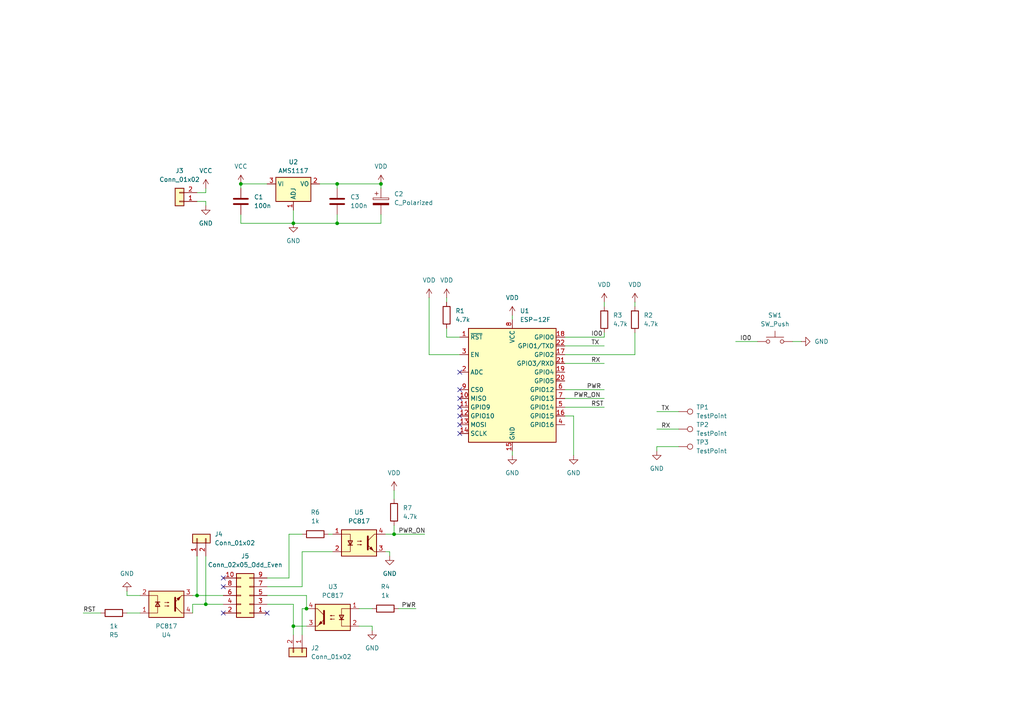
<source format=kicad_sch>
(kicad_sch (version 20250114) (generator "eeschema") (generator_version "9.0")
  (paper "A4")
  (lib_symbols
    (symbol "Connector:TestPoint" (pin_numbers (hide yes)) (pin_names (offset 0.762) (hide yes))
      (property "Reference" "TP" (at 0 6.858 0))
      (property "Value" "TestPoint" (at 0 5.08 0))
      (symbol "TestPoint_0_1"
        (circle (center 0 3.302) (radius 0.762))
      )
      (symbol "TestPoint_1_1"
        (pin passive line (at 0 0 90) (length 2.54) (name "1") (number "1"))
      )
    )
    (symbol "Connector_Generic:Conn_01x02" (pin_names (offset 1.016) (hide yes))
      (property "Reference" "J" (at 0 2.54 0))
      (property "Value" "Conn_01x02" (at 0 -5.08 0))
      (symbol "Conn_01x02_1_1"
        (rectangle (start -1.27 1.27) (end 1.27 -3.81) (stroke (width 0.254)) (fill (type background)))
        (rectangle (start -1.27 0.127) (end 0 -0.127) (stroke (width 0.1524)))
        (rectangle (start -1.27 -2.413) (end 0 -2.667) (stroke (width 0.1524)))
        (pin passive line (at -5.08 0 0) (length 3.81) (name "Pin_1") (number "1"))
        (pin passive line (at -5.08 -2.54 0) (length 3.81) (name "Pin_2") (number "2"))
      )
    )
    (symbol "Connector_Generic:Conn_02x05_Odd_Even" (pin_names (offset 1.016) (hide yes))
      (property "Reference" "J" (at 1.27 7.62 0))
      (property "Value" "Conn_02x05_Odd_Even" (at 1.27 -7.62 0))
      (symbol "Conn_02x05_Odd_Even_1_1"
        (rectangle (start -1.27 6.35) (end 3.81 -6.35) (stroke (width 0.254)) (fill (type background)))
        (rectangle (start -1.27 5.207) (end 0 4.953) (stroke (width 0.1524)))
        (rectangle (start -1.27 2.667) (end 0 2.413) (stroke (width 0.1524)))
        (rectangle (start -1.27 0.127) (end 0 -0.127) (stroke (width 0.1524)))
        (rectangle (start -1.27 -2.413) (end 0 -2.667) (stroke (width 0.1524)))
        (rectangle (start -1.27 -4.953) (end 0 -5.207) (stroke (width 0.1524)))
        (rectangle (start 3.81 5.207) (end 2.54 4.953) (stroke (width 0.1524)))
        (rectangle (start 3.81 2.667) (end 2.54 2.413) (stroke (width 0.1524)))
        (rectangle (start 3.81 0.127) (end 2.54 -0.127) (stroke (width 0.1524)))
        (rectangle (start 3.81 -2.413) (end 2.54 -2.667) (stroke (width 0.1524)))
        (rectangle (start 3.81 -4.953) (end 2.54 -5.207) (stroke (width 0.1524)))
        (pin passive line (at -5.08 5.08 0) (length 3.81) (name "Pin_1") (number "1"))
        (pin passive line (at -5.08 2.54 0) (length 3.81) (name "Pin_3") (number "3"))
        (pin passive line (at -5.08 0 0) (length 3.81) (name "Pin_5") (number "5"))
        (pin passive line (at -5.08 -2.54 0) (length 3.81) (name "Pin_7") (number "7"))
        (pin passive line (at -5.08 -5.08 0) (length 3.81) (name "Pin_9") (number "9"))
        (pin passive line (at 7.62 5.08 180) (length 3.81) (name "Pin_2") (number "2"))
        (pin passive line (at 7.62 2.54 180) (length 3.81) (name "Pin_4") (number "4"))
        (pin passive line (at 7.62 0 180) (length 3.81) (name "Pin_6") (number "6"))
        (pin passive line (at 7.62 -2.54 180) (length 3.81) (name "Pin_8") (number "8"))
        (pin passive line (at 7.62 -5.08 180) (length 3.81) (name "Pin_10") (number "10"))
      )
    )
    (symbol "Device:C" (pin_numbers (hide yes)) (pin_names (offset 0.254))
      (property "Reference" "C" (at 0.635 2.54 0))
      (property "Value" "C" (at 0.635 -2.54 0))
      (symbol "C_0_1"
        (polyline (pts (xy -2.032 0.762) (xy 2.032 0.762)) (stroke (width 0.508)))
        (polyline (pts (xy -2.032 -0.762) (xy 2.032 -0.762)) (stroke (width 0.508)))
      )
      (symbol "C_1_1"
        (pin passive line (at 0 3.81 270) (length 2.794) (name "~") (number "1"))
        (pin passive line (at 0 -3.81 90) (length 2.794) (name "~") (number "2"))
      )
    )
    (symbol "Device:C_Polarized" (pin_numbers (hide yes)) (pin_names (offset 0.254))
      (property "Reference" "C" (at 0.635 2.54 0))
      (property "Value" "C_Polarized" (at 0.635 -2.54 0))
      (symbol "C_Polarized_0_1"
        (rectangle (start -2.286 0.508) (end 2.286 1.016))
        (polyline (pts (xy -1.778 2.286) (xy -0.762 2.286)))
        (polyline (pts (xy -1.27 2.794) (xy -1.27 1.778)))
        (rectangle (start 2.286 -0.508) (end -2.286 -1.016) (fill (type outline)))
      )
      (symbol "C_Polarized_1_1"
        (pin passive line (at 0 3.81 270) (length 2.794) (name "~") (number "1"))
        (pin passive line (at 0 -3.81 90) (length 2.794) (name "~") (number "2"))
      )
    )
    (symbol "Device:R" (pin_numbers (hide yes)) (pin_names (offset 0))
      (property "Reference" "R" (at 2.032 0 90))
      (property "Value" "R" (at 0 0 90))
      (symbol "R_0_1"
        (rectangle (start -1.016 -2.54) (end 1.016 2.54) (stroke (width 0.254)))
      )
      (symbol "R_1_1"
        (pin passive line (at 0 3.81 270) (length 1.27) (name "~") (number "1"))
        (pin passive line (at 0 -3.81 90) (length 1.27) (name "~") (number "2"))
      )
    )
    (symbol "Isolator:PC817" (pin_names (offset 1.016))
      (property "Reference" "U" (at -5.08 5.08 0))
      (property "Value" "PC817" (at 0 5.08 0))
      (symbol "PC817_0_1"
        (rectangle (start -5.08 3.81) (end 5.08 -3.81) (stroke (width 0.254)) (fill (type background)))
        (polyline (pts (xy -5.08 2.54) (xy -2.54 2.54) (xy -2.54 -0.635)))
        (polyline (pts (xy -3.175 -0.635) (xy -1.905 -0.635)) (stroke (width 0.254)))
        (polyline (pts (xy -2.54 -0.635) (xy -2.54 -2.54) (xy -5.08 -2.54)))
        (polyline (pts (xy -2.54 -0.635) (xy -3.175 0.635) (xy -1.905 0.635) (xy -2.54 -0.635)) (stroke (width 0.254)))
        (polyline (pts (xy -0.508 0.508) (xy 0.762 0.508) (xy 0.381 0.381) (xy 0.381 0.635) (xy 0.762 0.508)))
        (polyline (pts (xy -0.508 -0.508) (xy 0.762 -0.508) (xy 0.381 -0.635) (xy 0.381 -0.381) (xy 0.762 -0.508)))
        (polyline (pts (xy 2.54 1.905) (xy 2.54 -1.905) (xy 2.54 -1.905)) (stroke (width 0.508)))
        (polyline (pts (xy 2.54 0.635) (xy 4.445 2.54)))
        (polyline (pts (xy 3.048 -1.651) (xy 3.556 -1.143) (xy 4.064 -2.159) (xy 3.048 -1.651) (xy 3.048 -1.651)) (fill (type outline)))
        (polyline (pts (xy 4.445 2.54) (xy 5.08 2.54)))
        (polyline (pts (xy 4.445 -2.54) (xy 2.54 -0.635)) (fill (type outline)))
        (polyline (pts (xy 4.445 -2.54) (xy 5.08 -2.54)))
      )
      (symbol "PC817_1_1"
        (pin passive line (at -7.62 2.54 0) (length 2.54) (name "~") (number "1"))
        (pin passive line (at -7.62 -2.54 0) (length 2.54) (name "~") (number "2"))
        (pin passive line (at 7.62 2.54 180) (length 2.54) (name "~") (number "4"))
        (pin passive line (at 7.62 -2.54 180) (length 2.54) (name "~") (number "3"))
      )
    )
    (symbol "RF_Module:ESP-12F"
      (property "Reference" "U" (at -12.7 19.05 0))
      (property "Value" "ESP-12F" (at 12.7 19.05 0))
      (symbol "ESP-12F_0_1"
        (rectangle (start -12.7 17.78) (end 12.7 -15.24) (stroke (width 0.254)) (fill (type background)))
      )
      (symbol "ESP-12F_1_1"
        (pin input line (at -15.24 15.24 0) (length 2.54) (name "~{RST}") (number "1"))
        (pin input line (at -15.24 10.16 0) (length 2.54) (name "EN") (number "3"))
        (pin input line (at -15.24 5.08 0) (length 2.54) (name "ADC") (number "2"))
        (pin input line (at -15.24 0 0) (length 2.54) (name "CS0") (number "9"))
        (pin bidirectional line (at -15.24 -2.54 0) (length 2.54) (name "MISO") (number "10"))
        (pin bidirectional line (at -15.24 -5.08 0) (length 2.54) (name "GPIO9") (number "11"))
        (pin bidirectional line (at -15.24 -7.62 0) (length 2.54) (name "GPIO10") (number "12"))
        (pin bidirectional line (at -15.24 -10.16 0) (length 2.54) (name "MOSI") (number "13"))
        (pin bidirectional line (at -15.24 -12.7 0) (length 2.54) (name "SCLK") (number "14"))
        (pin power_in line (at 0 20.32 270) (length 2.54) (name "VCC") (number "8"))
        (pin power_in line (at 0 -17.78 90) (length 2.54) (name "GND") (number "15"))
        (pin bidirectional line (at 15.24 15.24 180) (length 2.54) (name "GPIO0") (number "18"))
        (pin bidirectional line (at 15.24 12.7 180) (length 2.54) (name "GPIO1/TXD") (number "22"))
        (pin bidirectional line (at 15.24 10.16 180) (length 2.54) (name "GPIO2") (number "17"))
        (pin bidirectional line (at 15.24 7.62 180) (length 2.54) (name "GPIO3/RXD") (number "21"))
        (pin bidirectional line (at 15.24 5.08 180) (length 2.54) (name "GPIO4") (number "19"))
        (pin bidirectional line (at 15.24 2.54 180) (length 2.54) (name "GPIO5") (number "20"))
        (pin bidirectional line (at 15.24 0 180) (length 2.54) (name "GPIO12") (number "6"))
        (pin bidirectional line (at 15.24 -2.54 180) (length 2.54) (name "GPIO13") (number "7"))
        (pin bidirectional line (at 15.24 -5.08 180) (length 2.54) (name "GPIO14") (number "5"))
        (pin bidirectional line (at 15.24 -7.62 180) (length 2.54) (name "GPIO15") (number "16"))
        (pin bidirectional line (at 15.24 -10.16 180) (length 2.54) (name "GPIO16") (number "4"))
      )
    )
    (symbol "Regulator_Linear:AMS1117"
      (property "Reference" "U" (at -3.81 3.175 0))
      (property "Value" "AMS1117" (at 0 3.175 0))
      (symbol "AMS1117_0_1"
        (rectangle (start -5.08 -5.08) (end 5.08 1.905) (stroke (width 0.254)) (fill (type background)))
      )
      (symbol "AMS1117_1_1"
        (pin power_in line (at -7.62 0 0) (length 2.54) (name "VI") (number "3"))
        (pin input line (at 0 -7.62 90) (length 2.54) (name "ADJ") (number "1"))
        (pin power_out line (at 7.62 0 180) (length 2.54) (name "VO") (number "2"))
      )
    )
    (symbol "Switch:SW_Push" (pin_numbers (hide yes)) (pin_names (offset 1.016) (hide yes))
      (property "Reference" "SW" (at 1.27 2.54 0))
      (property "Value" "SW_Push" (at 0 -1.524 0))
      (symbol "SW_Push_0_1"
        (circle (center -2.032 0) (radius 0.508))
        (polyline (pts (xy 0 1.27) (xy 0 3.048)))
        (circle (center 2.032 0) (radius 0.508))
        (polyline (pts (xy 2.54 1.27) (xy -2.54 1.27)))
        (pin passive line (at -5.08 0 0) (length 2.54) (name "1") (number "1"))
        (pin passive line (at 5.08 0 180) (length 2.54) (name "2") (number "2"))
      )
    )
    (symbol "power:GND" (power) (pin_numbers (hide yes)) (pin_names (offset 0) (hide yes))
      (property "Value" "GND" (at 0 -3.81 0))
      (symbol "GND_0_1"
        (polyline (pts (xy 0 0) (xy 0 -1.27) (xy 1.27 -1.27) (xy 0 -2.54) (xy -1.27 -1.27) (xy 0 -1.27)))
      )
      (symbol "GND_1_1"
        (pin power_in line (at 0 0 270) (length 0) (name "~") (number "1"))
      )
    )
    (symbol "power:VCC" (power) (pin_numbers (hide yes)) (pin_names (offset 0) (hide yes))
      (property "Value" "VCC" (at 0 3.556 0))
      (symbol "VCC_0_1"
        (polyline (pts (xy -0.762 1.27) (xy 0 2.54)))
        (polyline (pts (xy 0 2.54) (xy 0.762 1.27)))
        (polyline (pts (xy 0 0) (xy 0 2.54)))
      )
      (symbol "VCC_1_1"
        (pin power_in line (at 0 0 90) (length 0) (name "~") (number "1"))
      )
    )
    (symbol "power:VDD" (power) (pin_numbers (hide yes)) (pin_names (offset 0) (hide yes))
      (property "Value" "VDD" (at 0 3.556 0))
      (symbol "VDD_0_1"
        (polyline (pts (xy -0.762 1.27) (xy 0 2.54)))
        (polyline (pts (xy 0 2.54) (xy 0.762 1.27)))
        (polyline (pts (xy 0 0) (xy 0 2.54)))
      )
      (symbol "VDD_1_1"
        (pin power_in line (at 0 0 90) (length 0) (name "~") (number "1"))
      )
    )
  )
  (junction (at 85.09 64.77))
  (junction (at 110.49 53.34))
  (junction (at 88.9 176.53))
  (junction (at 57.15 172.72))
  (junction (at 97.79 64.77))
  (junction (at 69.85 53.34))
  (junction (at 85.09 181.61))
  (junction (at 59.69 175.26))
  (junction (at 97.79 53.34))
  (junction (at 114.3 154.94))
  (no_connect (at 133.35 125.73))
  (no_connect (at 133.35 118.11))
  (no_connect (at 133.35 113.03))
  (no_connect (at 133.35 107.95))
  (no_connect (at 64.77 177.8))
  (no_connect (at 133.35 115.57))
  (no_connect (at 64.77 170.18))
  (no_connect (at 77.47 177.8))
  (no_connect (at 133.35 123.19))
  (no_connect (at 64.77 167.64))
  (no_connect (at 133.35 120.65))
  (wire (pts (xy 59.69 55.88) (xy 57.15 55.88)))
  (wire (pts (xy 85.09 181.61) (xy 88.9 181.61)))
  (wire (pts (xy 55.88 172.72) (xy 57.15 172.72)))
  (wire (pts (xy 83.82 167.64) (xy 77.47 167.64)))
  (wire (pts (xy 85.09 60.96) (xy 85.09 64.77)))
  (wire (pts (xy 55.88 175.26) (xy 55.88 177.8)))
  (wire (pts (xy 190.5 124.46) (xy 196.85 124.46)))
  (wire (pts (xy 163.83 113.03) (xy 175.26 113.03)))
  (wire (pts (xy 110.49 54.61) (xy 110.49 53.34)))
  (wire (pts (xy 163.83 118.11) (xy 175.26 118.11)))
  (wire (pts (xy 114.3 152.4) (xy 114.3 154.94)))
  (wire (pts (xy 97.79 62.23) (xy 97.79 64.77)))
  (wire (pts (xy 85.09 175.26) (xy 85.09 181.61)))
  (wire (pts (xy 97.79 53.34) (xy 110.49 53.34)))
  (wire (pts (xy 163.83 115.57) (xy 175.26 115.57)))
  (wire (pts (xy 59.69 54.61) (xy 59.69 55.88)))
  (wire (pts (xy 24.13 177.8) (xy 29.21 177.8)))
  (wire (pts (xy 107.95 182.88) (xy 107.95 181.61)))
  (wire (pts (xy 59.69 161.29) (xy 59.69 175.26)))
  (wire (pts (xy 97.79 64.77) (xy 110.49 64.77)))
  (wire (pts (xy 133.35 102.87) (xy 124.46 102.87)))
  (wire (pts (xy 36.83 172.72) (xy 40.64 172.72)))
  (wire (pts (xy 114.3 142.24) (xy 114.3 144.78)))
  (wire (pts (xy 124.46 102.87) (xy 124.46 86.36)))
  (wire (pts (xy 113.03 161.29) (xy 113.03 160.02)))
  (wire (pts (xy 85.09 181.61) (xy 85.09 184.15)))
  (wire (pts (xy 163.83 100.33) (xy 175.26 100.33)))
  (wire (pts (xy 83.82 154.94) (xy 83.82 167.64)))
  (wire (pts (xy 77.47 170.18) (xy 87.63 170.18)))
  (wire (pts (xy 92.71 53.34) (xy 97.79 53.34)))
  (wire (pts (xy 59.69 58.42) (xy 57.15 58.42)))
  (wire (pts (xy 120.65 176.53) (xy 115.57 176.53)))
  (wire (pts (xy 87.63 176.53) (xy 88.9 176.53)))
  (wire (pts (xy 190.5 119.38) (xy 196.85 119.38)))
  (wire (pts (xy 87.63 160.02) (xy 96.52 160.02)))
  (wire (pts (xy 59.69 59.69) (xy 59.69 58.42)))
  (wire (pts (xy 129.54 95.25) (xy 129.54 97.79)))
  (wire (pts (xy 77.47 175.26) (xy 85.09 175.26)))
  (wire (pts (xy 163.83 105.41) (xy 175.26 105.41)))
  (wire (pts (xy 107.95 181.61) (xy 104.14 181.61)))
  (wire (pts (xy 166.37 120.65) (xy 163.83 120.65)))
  (wire (pts (xy 190.5 129.54) (xy 196.85 129.54)))
  (wire (pts (xy 88.9 172.72) (xy 88.9 176.53)))
  (wire (pts (xy 129.54 86.36) (xy 129.54 87.63)))
  (wire (pts (xy 175.26 87.63) (xy 175.26 88.9)))
  (wire (pts (xy 111.76 154.94) (xy 114.3 154.94)))
  (wire (pts (xy 184.15 87.63) (xy 184.15 88.9)))
  (wire (pts (xy 55.88 175.26) (xy 59.69 175.26)))
  (wire (pts (xy 114.3 154.94) (xy 123.19 154.94)))
  (wire (pts (xy 36.83 171.45) (xy 36.83 172.72)))
  (wire (pts (xy 232.41 99.06) (xy 229.87 99.06)))
  (wire (pts (xy 148.59 130.81) (xy 148.59 132.08)))
  (wire (pts (xy 69.85 64.77) (xy 69.85 62.23)))
  (wire (pts (xy 213.36 99.06) (xy 219.71 99.06)))
  (wire (pts (xy 59.69 175.26) (xy 64.77 175.26)))
  (wire (pts (xy 87.63 184.15) (xy 87.63 176.53)))
  (wire (pts (xy 69.85 64.77) (xy 85.09 64.77)))
  (wire (pts (xy 57.15 161.29) (xy 57.15 172.72)))
  (wire (pts (xy 175.26 96.52) (xy 175.26 97.79)))
  (wire (pts (xy 77.47 53.34) (xy 69.85 53.34)))
  (wire (pts (xy 175.26 97.79) (xy 163.83 97.79)))
  (wire (pts (xy 184.15 96.52) (xy 184.15 102.87)))
  (wire (pts (xy 77.47 172.72) (xy 88.9 172.72)))
  (wire (pts (xy 148.59 91.44) (xy 148.59 92.71)))
  (wire (pts (xy 104.14 176.53) (xy 107.95 176.53)))
  (wire (pts (xy 57.15 172.72) (xy 64.77 172.72)))
  (wire (pts (xy 166.37 132.08) (xy 166.37 120.65)))
  (wire (pts (xy 40.64 177.8) (xy 36.83 177.8)))
  (wire (pts (xy 97.79 54.61) (xy 97.79 53.34)))
  (wire (pts (xy 129.54 97.79) (xy 133.35 97.79)))
  (wire (pts (xy 163.83 102.87) (xy 184.15 102.87)))
  (wire (pts (xy 85.09 64.77) (xy 97.79 64.77)))
  (wire (pts (xy 87.63 170.18) (xy 87.63 160.02)))
  (wire (pts (xy 69.85 53.34) (xy 69.85 54.61)))
  (wire (pts (xy 87.63 154.94) (xy 83.82 154.94)))
  (wire (pts (xy 190.5 130.81) (xy 190.5 129.54)))
  (wire (pts (xy 113.03 160.02) (xy 111.76 160.02)))
  (wire (pts (xy 95.25 154.94) (xy 96.52 154.94)))
  (wire (pts (xy 110.49 62.23) (xy 110.49 64.77)))
  (label "RST" (at 24.13 177.8 0))
  (label "RX" (at 171.45 105.41 0))
  (label "RX" (at 191.77 124.46 0))
  (label "PWR_ON" (at 166.37 115.57 0))
  (label "TX" (at 191.77 119.38 0))
  (label "PWR" (at 170.18 113.03 0))
  (label "PWR_ON" (at 115.57 154.94 0))
  (label "IO0" (at 171.45 97.79 0))
  (label "IO0" (at 214.63 99.06 0))
  (label "PWR" (at 120.65 176.53 180))
  (label "RST" (at 171.45 118.11 0))
  (label "TX" (at 171.45 100.33 0))
  (symbol (lib_id "Device:R") (at 184.15 92.71 0) (unit 1)
    (property "Reference" "R2" (at 186.69 91.4399 0) (effects (justify left)))
    (property "Value" "4.7k" (at 186.69 93.9799 0) (effects (justify left)))
    (property "Footprint" "Resistor_SMD:R_0805_2012Metric" (effects (hide yes)))
    (property "Description" "Resistor" (effects (hide yes)))
  )
  (symbol (lib_id "power:GND") (at 59.69 59.69 0) (unit 1)
    (property "Reference" "#PWR016" (effects (hide yes)))
    (property "Value" "GND" (at 59.69 64.77 0))
    (property "Description" "Power symbol creates a global label with name \"GND\" , ground" (effects (hide yes)))
  )
  (symbol (lib_id "Connector:TestPoint") (at 196.85 119.38 270) (unit 1)
    (property "Reference" "TP1" (at 201.93 118.1099 90) (effects (justify left)))
    (property "Value" "TestPoint" (at 201.93 120.6499 90) (effects (justify left)))
    (property "Footprint" "TestPoint:TestPoint_Pad_D1.5mm" (effects (hide yes)))
    (property "Description" "test point" (effects (hide yes)))
  )
  (symbol (lib_id "power:GND") (at 85.09 64.77 0) (unit 1)
    (property "Reference" "#PWR01" (effects (hide yes)))
    (property "Value" "GND" (at 85.09 69.85 0))
    (property "Description" "Power symbol creates a global label with name \"GND\" , ground" (effects (hide yes)))
  )
  (symbol (lib_id "Device:C") (at 69.85 58.42 0) (unit 1)
    (property "Reference" "C1" (at 73.66 57.1499 0) (effects (justify left)))
    (property "Value" "100n" (at 73.66 59.6899 0) (effects (justify left)))
    (property "Footprint" "Capacitor_SMD:C_0805_2012Metric" (effects (hide yes)))
    (property "Description" "Unpolarized capacitor" (effects (hide yes)))
  )
  (symbol (lib_id "power:GND") (at 107.95 182.88 0) (mirror y) (unit 1)
    (property "Reference" "#PWR014" (effects (hide yes)))
    (property "Value" "GND" (at 107.95 187.96 0))
    (property "Description" "Power symbol creates a global label with name \"GND\" , ground" (effects (hide yes)))
  )
  (symbol (lib_id "Connector_Generic:Conn_01x02") (at 87.63 189.23 270) (unit 1)
    (property "Reference" "J2" (at 90.17 187.9599 90) (effects (justify left)))
    (property "Value" "Conn_01x02" (at 90.17 190.4999 90) (effects (justify left)))
    (property "Footprint" "Connector_PinHeader_2.54mm:PinHeader_1x02_P2.54mm_Vertical" (effects (hide yes)))
    (property "Description" "Generic connector, single row, 01x02, script generated (kicad-library-utils/schlib/autogen/connector/)" (effects (hide yes)))
  )
  (symbol (lib_id "power:VDD") (at 124.46 86.36 0) (unit 1)
    (property "Reference" "#PWR06" (effects (hide yes)))
    (property "Value" "VDD" (at 124.46 81.28 0))
    (property "Description" "Power symbol creates a global label with name \"VDD\"" (effects (hide yes)))
  )
  (symbol (lib_id "Device:R") (at 33.02 177.8 90) (mirror x) (unit 1)
    (property "Reference" "R5" (at 33.02 184.15 90))
    (property "Value" "1k" (at 33.02 181.61 90))
    (property "Footprint" "Resistor_SMD:R_0805_2012Metric" (effects (hide yes)))
    (property "Description" "Resistor" (effects (hide yes)))
  )
  (symbol (lib_id "Regulator_Linear:AMS1117") (at 85.09 53.34 0) (unit 1)
    (property "Reference" "U2" (at 85.09 46.99 0))
    (property "Value" "AMS1117" (at 85.09 49.53 0))
    (property "Footprint" "Package_TO_SOT_SMD:SOT-223-3_TabPin2" (effects (hide yes)))
    (property "Datasheet" "http://www.advanced-monolithic.com/pdf/ds1117.pdf" (effects (hide yes)))
    (property "Description" "1A Low Dropout regulator, positive, adjustable output, SOT-223" (effects (hide yes)))
  )
  (symbol (lib_id "power:VDD") (at 129.54 86.36 0) (unit 1)
    (property "Reference" "#PWR07" (effects (hide yes)))
    (property "Value" "VDD" (at 129.54 81.28 0))
    (property "Description" "Power symbol creates a global label with name \"VDD\"" (effects (hide yes)))
  )
  (symbol (lib_id "power:VDD") (at 114.3 142.24 0) (unit 1)
    (property "Reference" "#PWR019" (effects (hide yes)))
    (property "Value" "VDD" (at 114.3 137.16 0))
    (property "Description" "Power symbol creates a global label with name \"VDD\"" (effects (hide yes)))
  )
  (symbol (lib_id "Device:R") (at 91.44 154.94 270) (mirror x) (unit 1)
    (property "Reference" "R6" (at 91.44 148.59 90))
    (property "Value" "1k" (at 91.44 151.13 90))
    (property "Footprint" "Resistor_SMD:R_0805_2012Metric" (effects (hide yes)))
    (property "Description" "Resistor" (effects (hide yes)))
  )
  (symbol (lib_id "Isolator:PC817") (at 48.26 175.26 0) (mirror x) (unit 1)
    (property "Reference" "U4" (at 48.26 184.15 0))
    (property "Value" "PC817" (at 48.26 181.61 0))
    (property "Footprint" "Package_DIP:DIP-4_W7.62mm" (effects (hide yes)))
    (property "Datasheet" "http://www.soselectronic.cz/a_info/resource/d/pc817.pdf" (effects (hide yes)))
    (property "Description" "DC Optocoupler, Vce 35V, CTR 50-300%, DIP-4" (effects (hide yes)))
  )
  (symbol (lib_id "power:GND") (at 113.03 161.29 0) (unit 1)
    (property "Reference" "#PWR018" (effects (hide yes)))
    (property "Value" "GND" (at 113.03 166.37 0))
    (property "Description" "Power symbol creates a global label with name \"GND\" , ground" (effects (hide yes)))
  )
  (symbol (lib_id "power:GND") (at 36.83 171.45 0) (mirror x) (unit 1)
    (property "Reference" "#PWR017" (effects (hide yes)))
    (property "Value" "GND" (at 36.83 166.37 0))
    (property "Description" "Power symbol creates a global label with name \"GND\" , ground" (effects (hide yes)))
  )
  (symbol (lib_id "power:VDD") (at 184.15 87.63 0) (unit 1)
    (property "Reference" "#PWR09" (effects (hide yes)))
    (property "Value" "VDD" (at 184.15 82.55 0))
    (property "Description" "Power symbol creates a global label with name \"VDD\"" (effects (hide yes)))
  )
  (symbol (lib_id "power:VDD") (at 110.49 53.34 0) (unit 1)
    (property "Reference" "#PWR03" (effects (hide yes)))
    (property "Value" "VDD" (at 110.49 48.26 0))
    (property "Description" "Power symbol creates a global label with name \"VDD\"" (effects (hide yes)))
  )
  (symbol (lib_id "power:GND") (at 148.59 132.08 0) (unit 1)
    (property "Reference" "#PWR05" (effects (hide yes)))
    (property "Value" "GND" (at 148.59 137.16 0))
    (property "Description" "Power symbol creates a global label with name \"GND\" , ground" (effects (hide yes)))
  )
  (symbol (lib_id "Connector:TestPoint") (at 196.85 124.46 270) (unit 1)
    (property "Reference" "TP2" (at 201.93 123.1899 90) (effects (justify left)))
    (property "Value" "TestPoint" (at 201.93 125.7299 90) (effects (justify left)))
    (property "Footprint" "TestPoint:TestPoint_Pad_D1.5mm" (effects (hide yes)))
    (property "Description" "test point" (effects (hide yes)))
  )
  (symbol (lib_id "Device:R") (at 111.76 176.53 270) (mirror x) (unit 1)
    (property "Reference" "R4" (at 111.76 170.18 90))
    (property "Value" "1k" (at 111.76 172.72 90))
    (property "Footprint" "Resistor_SMD:R_0805_2012Metric" (effects (hide yes)))
    (property "Description" "Resistor" (effects (hide yes)))
  )
  (symbol (lib_id "Isolator:PC817") (at 96.52 179.07 0) (mirror y) (unit 1)
    (property "Reference" "U3" (at 96.52 170.18 0))
    (property "Value" "PC817" (at 96.52 172.72 0))
    (property "Footprint" "Package_DIP:DIP-4_W7.62mm" (effects (hide yes)))
    (property "Datasheet" "http://www.soselectronic.cz/a_info/resource/d/pc817.pdf" (effects (hide yes)))
    (property "Description" "DC Optocoupler, Vce 35V, CTR 50-300%, DIP-4" (effects (hide yes)))
  )
  (symbol (lib_id "Connector_Generic:Conn_01x02") (at 52.07 58.42 180) (unit 1)
    (property "Reference" "J3" (at 52.07 49.53 0))
    (property "Value" "Conn_01x02" (at 52.07 52.07 0))
    (property "Footprint" "Connector_JST:JST_XH_B2B-XH-A_1x02_P2.50mm_Vertical" (effects (hide yes)))
    (property "Description" "Generic connector, single row, 01x02, script generated (kicad-library-utils/schlib/autogen/connector/)" (effects (hide yes)))
  )
  (symbol (lib_id "power:GND") (at 166.37 132.08 0) (unit 1)
    (property "Reference" "#PWR08" (effects (hide yes)))
    (property "Value" "GND" (at 166.37 137.16 0))
    (property "Description" "Power symbol creates a global label with name \"GND\" , ground" (effects (hide yes)))
  )
  (symbol (lib_id "Device:C") (at 97.79 58.42 0) (unit 1)
    (property "Reference" "C3" (at 101.6 57.1499 0) (effects (justify left)))
    (property "Value" "100n" (at 101.6 59.6899 0) (effects (justify left)))
    (property "Footprint" "Capacitor_SMD:C_0805_2012Metric" (effects (hide yes)))
    (property "Description" "Unpolarized capacitor" (effects (hide yes)))
  )
  (symbol (lib_id "power:VCC") (at 59.69 54.61 0) (unit 1)
    (property "Reference" "#PWR015" (effects (hide yes)))
    (property "Value" "VCC" (at 59.69 49.53 0))
    (property "Description" "Power symbol creates a global label with name \"VCC\"" (effects (hide yes)))
  )
  (symbol (lib_id "Device:R") (at 175.26 92.71 0) (unit 1)
    (property "Reference" "R3" (at 177.8 91.4399 0) (effects (justify left)))
    (property "Value" "4.7k" (at 177.8 93.9799 0) (effects (justify left)))
    (property "Footprint" "Resistor_SMD:R_0805_2012Metric" (effects (hide yes)))
    (property "Description" "Resistor" (effects (hide yes)))
  )
  (symbol (lib_id "power:VDD") (at 175.26 87.63 0) (unit 1)
    (property "Reference" "#PWR010" (effects (hide yes)))
    (property "Value" "VDD" (at 175.26 82.55 0))
    (property "Description" "Power symbol creates a global label with name \"VDD\"" (effects (hide yes)))
  )
  (symbol (lib_id "power:GND") (at 232.41 99.06 90) (unit 1)
    (property "Reference" "#PWR013" (effects (hide yes)))
    (property "Value" "GND" (at 236.22 99.0599 90) (effects (justify right)))
    (property "Description" "Power symbol creates a global label with name \"GND\" , ground" (effects (hide yes)))
  )
  (symbol (lib_id "Connector_Generic:Conn_01x02") (at 57.15 156.21 90) (unit 1)
    (property "Reference" "J4" (at 62.23 154.9399 90) (effects (justify right)))
    (property "Value" "Conn_01x02" (at 62.23 157.4799 90) (effects (justify right)))
    (property "Footprint" "Connector_PinHeader_2.54mm:PinHeader_1x02_P2.54mm_Vertical" (effects (hide yes)))
    (property "Description" "Generic connector, single row, 01x02, script generated (kicad-library-utils/schlib/autogen/connector/)" (effects (hide yes)))
  )
  (symbol (lib_id "Device:C_Polarized") (at 110.49 58.42 0) (unit 1)
    (property "Reference" "C2" (at 114.3 56.2609 0) (effects (justify left)))
    (property "Value" "C_Polarized" (at 114.3 58.8009 0) (effects (justify left)))
    (property "Footprint" "Capacitor_SMD:C_Elec_5x5.4" (effects (hide yes)))
    (property "Description" "Polarized capacitor" (effects (hide yes)))
  )
  (symbol (lib_id "Isolator:PC817") (at 104.14 157.48 0) (unit 1)
    (property "Reference" "U5" (at 104.14 148.59 0))
    (property "Value" "PC817" (at 104.14 151.13 0))
    (property "Footprint" "Package_DIP:DIP-4_W7.62mm" (effects (hide yes)))
    (property "Datasheet" "http://www.soselectronic.cz/a_info/resource/d/pc817.pdf" (effects (hide yes)))
    (property "Description" "DC Optocoupler, Vce 35V, CTR 50-300%, DIP-4" (effects (hide yes)))
  )
  (symbol (lib_id "Device:R") (at 114.3 148.59 0) (unit 1) (on_board no)
    (property "Reference" "R7" (at 116.84 147.3199 0) (effects (justify left)))
    (property "Value" "4.7k" (at 116.84 149.8599 0) (effects (justify left)))
    (property "Footprint" "Resistor_SMD:R_0805_2012Metric" (effects (hide yes)))
    (property "Description" "Resistor" (effects (hide yes)))
  )
  (symbol (lib_id "power:VCC") (at 69.85 53.34 0) (unit 1)
    (property "Reference" "#PWR02" (effects (hide yes)))
    (property "Value" "VCC" (at 69.85 48.26 0))
    (property "Description" "Power symbol creates a global label with name \"VCC\"" (effects (hide yes)))
  )
  (symbol (lib_id "power:VDD") (at 148.59 91.44 0) (unit 1)
    (property "Reference" "#PWR04" (effects (hide yes)))
    (property "Value" "VDD" (at 148.59 86.36 0))
    (property "Description" "Power symbol creates a global label with name \"VDD\"" (effects (hide yes)))
  )
  (symbol (lib_id "Device:R") (at 129.54 91.44 0) (unit 1)
    (property "Reference" "R1" (at 132.08 90.1699 0) (effects (justify left)))
    (property "Value" "4.7k" (at 132.08 92.7099 0) (effects (justify left)))
    (property "Footprint" "Resistor_SMD:R_0805_2012Metric" (effects (hide yes)))
    (property "Description" "Resistor" (effects (hide yes)))
  )
  (symbol (lib_id "power:GND") (at 190.5 130.81 0) (unit 1)
    (property "Reference" "#PWR012" (effects (hide yes)))
    (property "Value" "GND" (at 190.5 135.89 0))
    (property "Description" "Power symbol creates a global label with name \"GND\" , ground" (effects (hide yes)))
  )
  (symbol (lib_id "Connector_Generic:Conn_02x05_Odd_Even") (at 72.39 172.72 180) (unit 1)
    (property "Reference" "J5" (at 71.12 161.29 0))
    (property "Value" "Conn_02x05_Odd_Even" (at 71.12 163.83 0))
    (property "Footprint" "Connector_PinSocket_2.54mm:PinSocket_2x05_P2.54mm_Horizontal" (effects (hide yes)))
    (property "Description" "Generic connector, double row, 02x05, odd/even pin numbering scheme (row 1 odd numbers, row 2 even numbers), script generated (kicad-library-utils/schlib/autogen/connector/)" (effects (hide yes)))
  )
  (symbol (lib_id "Connector:TestPoint") (at 196.85 129.54 270) (unit 1)
    (property "Reference" "TP3" (at 201.93 128.2699 90) (effects (justify left)))
    (property "Value" "TestPoint" (at 201.93 130.8099 90) (effects (justify left)))
    (property "Footprint" "TestPoint:TestPoint_Pad_1.5x1.5mm" (effects (hide yes)))
    (property "Description" "test point" (effects (hide yes)))
  )
  (symbol (lib_id "Switch:SW_Push") (at 224.79 99.06 0) (unit 1)
    (property "Reference" "SW1" (at 224.79 91.44 0))
    (property "Value" "SW_Push" (at 224.79 93.98 0))
    (property "Footprint" "Button_Switch_SMD:SW_Push_1P1T_XKB_TS-1187A" (effects (hide yes)))
    (property "Description" "Push button switch, generic, two pins" (effects (hide yes)))
  )
  (symbol (lib_id "RF_Module:ESP-12F") (at 148.59 113.03 0) (unit 1)
    (property "Reference" "U1" (at 150.7841 90.17 0) (effects (justify left)))
    (property "Value" "ESP-12F" (at 150.7841 92.71 0) (effects (justify left)))
    (property "Footprint" "RF_Module:ESP-12E" (effects (hide yes)))
    (property "Datasheet" "http://wiki.ai-thinker.com/_media/esp8266/esp8266_series_modules_user_manual_v1.1.pdf" (effects (hide yes)))
    (property "Description" "802.11 b/g/n Wi-Fi Module" (effects (hide yes)))
  )
)
</source>
